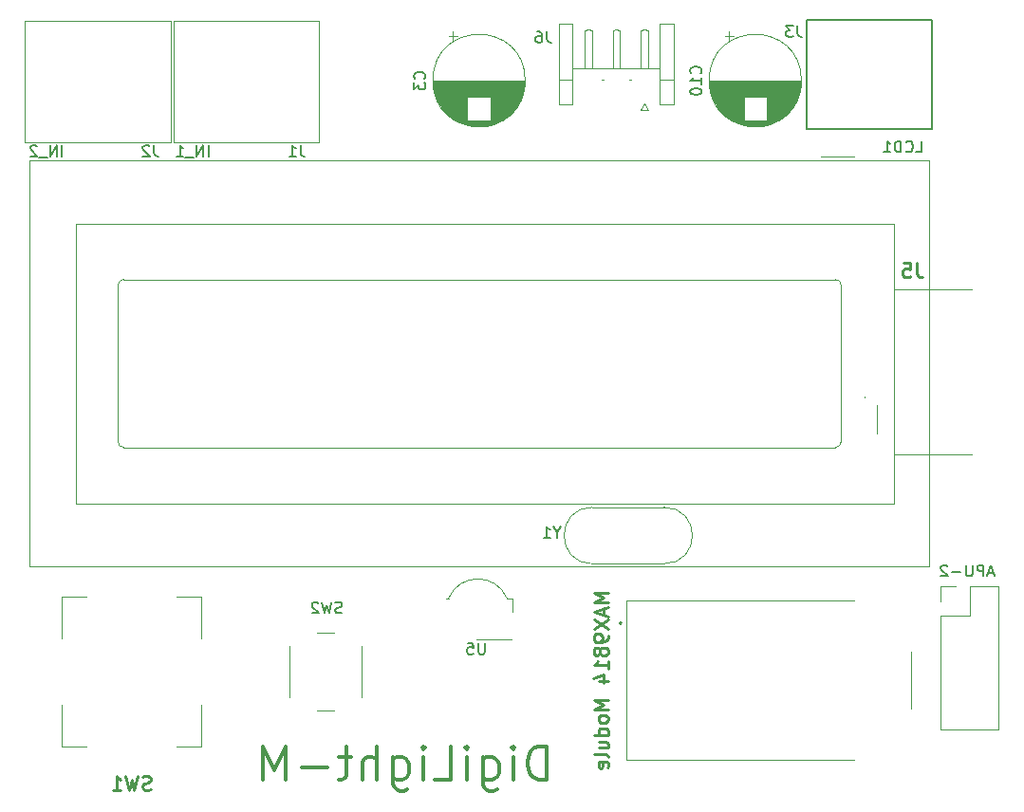
<source format=gbr>
%TF.GenerationSoftware,KiCad,Pcbnew,6.0.8*%
%TF.CreationDate,2022-10-28T18:19:01+03:00*%
%TF.ProjectId,DigiLight,44696769-4c69-4676-9874-2e6b69636164,rev?*%
%TF.SameCoordinates,Original*%
%TF.FileFunction,Legend,Bot*%
%TF.FilePolarity,Positive*%
%FSLAX46Y46*%
G04 Gerber Fmt 4.6, Leading zero omitted, Abs format (unit mm)*
G04 Created by KiCad (PCBNEW 6.0.8) date 2022-10-28 18:19:01*
%MOMM*%
%LPD*%
G01*
G04 APERTURE LIST*
%ADD10C,0.300000*%
%ADD11C,0.150000*%
%ADD12C,0.254000*%
%ADD13C,0.120000*%
%ADD14C,0.100000*%
%ADD15C,0.200000*%
G04 APERTURE END LIST*
D10*
X200794857Y-121909142D02*
X200794857Y-118909142D01*
X200080571Y-118909142D01*
X199652000Y-119052000D01*
X199366285Y-119337714D01*
X199223428Y-119623428D01*
X199080571Y-120194857D01*
X199080571Y-120623428D01*
X199223428Y-121194857D01*
X199366285Y-121480571D01*
X199652000Y-121766285D01*
X200080571Y-121909142D01*
X200794857Y-121909142D01*
X197794857Y-121909142D02*
X197794857Y-119909142D01*
X197794857Y-118909142D02*
X197937714Y-119052000D01*
X197794857Y-119194857D01*
X197652000Y-119052000D01*
X197794857Y-118909142D01*
X197794857Y-119194857D01*
X195080571Y-119909142D02*
X195080571Y-122337714D01*
X195223428Y-122623428D01*
X195366285Y-122766285D01*
X195652000Y-122909142D01*
X196080571Y-122909142D01*
X196366285Y-122766285D01*
X195080571Y-121766285D02*
X195366285Y-121909142D01*
X195937714Y-121909142D01*
X196223428Y-121766285D01*
X196366285Y-121623428D01*
X196509142Y-121337714D01*
X196509142Y-120480571D01*
X196366285Y-120194857D01*
X196223428Y-120052000D01*
X195937714Y-119909142D01*
X195366285Y-119909142D01*
X195080571Y-120052000D01*
X193652000Y-121909142D02*
X193652000Y-119909142D01*
X193652000Y-118909142D02*
X193794857Y-119052000D01*
X193652000Y-119194857D01*
X193509142Y-119052000D01*
X193652000Y-118909142D01*
X193652000Y-119194857D01*
X190794857Y-121909142D02*
X192223428Y-121909142D01*
X192223428Y-118909142D01*
X189794857Y-121909142D02*
X189794857Y-119909142D01*
X189794857Y-118909142D02*
X189937714Y-119052000D01*
X189794857Y-119194857D01*
X189652000Y-119052000D01*
X189794857Y-118909142D01*
X189794857Y-119194857D01*
X187080571Y-119909142D02*
X187080571Y-122337714D01*
X187223428Y-122623428D01*
X187366285Y-122766285D01*
X187652000Y-122909142D01*
X188080571Y-122909142D01*
X188366285Y-122766285D01*
X187080571Y-121766285D02*
X187366285Y-121909142D01*
X187937714Y-121909142D01*
X188223428Y-121766285D01*
X188366285Y-121623428D01*
X188509142Y-121337714D01*
X188509142Y-120480571D01*
X188366285Y-120194857D01*
X188223428Y-120052000D01*
X187937714Y-119909142D01*
X187366285Y-119909142D01*
X187080571Y-120052000D01*
X185652000Y-121909142D02*
X185652000Y-118909142D01*
X184366285Y-121909142D02*
X184366285Y-120337714D01*
X184509142Y-120052000D01*
X184794857Y-119909142D01*
X185223428Y-119909142D01*
X185509142Y-120052000D01*
X185652000Y-120194857D01*
X183366285Y-119909142D02*
X182223428Y-119909142D01*
X182937714Y-118909142D02*
X182937714Y-121480571D01*
X182794857Y-121766285D01*
X182509142Y-121909142D01*
X182223428Y-121909142D01*
X181223428Y-120766285D02*
X178937714Y-120766285D01*
X177509142Y-121909142D02*
X177509142Y-118909142D01*
X176509142Y-121052000D01*
X175509142Y-118909142D01*
X175509142Y-121909142D01*
D11*
X189857142Y-59333333D02*
X189904761Y-59285714D01*
X189952380Y-59142857D01*
X189952380Y-59047619D01*
X189904761Y-58904761D01*
X189809523Y-58809523D01*
X189714285Y-58761904D01*
X189523809Y-58714285D01*
X189380952Y-58714285D01*
X189190476Y-58761904D01*
X189095238Y-58809523D01*
X189000000Y-58904761D01*
X188952380Y-59047619D01*
X188952380Y-59142857D01*
X189000000Y-59285714D01*
X189047619Y-59333333D01*
X188952380Y-59666666D02*
X188952380Y-60285714D01*
X189333333Y-59952380D01*
X189333333Y-60095238D01*
X189380952Y-60190476D01*
X189428571Y-60238095D01*
X189523809Y-60285714D01*
X189761904Y-60285714D01*
X189857142Y-60238095D01*
X189904761Y-60190476D01*
X189952380Y-60095238D01*
X189952380Y-59809523D01*
X189904761Y-59714285D01*
X189857142Y-59666666D01*
X214501142Y-58857142D02*
X214548761Y-58809523D01*
X214596380Y-58666666D01*
X214596380Y-58571428D01*
X214548761Y-58428571D01*
X214453523Y-58333333D01*
X214358285Y-58285714D01*
X214167809Y-58238095D01*
X214024952Y-58238095D01*
X213834476Y-58285714D01*
X213739238Y-58333333D01*
X213644000Y-58428571D01*
X213596380Y-58571428D01*
X213596380Y-58666666D01*
X213644000Y-58809523D01*
X213691619Y-58857142D01*
X214596380Y-59809523D02*
X214596380Y-59238095D01*
X214596380Y-59523809D02*
X213596380Y-59523809D01*
X213739238Y-59428571D01*
X213834476Y-59333333D01*
X213882095Y-59238095D01*
X213596380Y-60428571D02*
X213596380Y-60523809D01*
X213644000Y-60619047D01*
X213691619Y-60666666D01*
X213786857Y-60714285D01*
X213977333Y-60761904D01*
X214215428Y-60761904D01*
X214405904Y-60714285D01*
X214501142Y-60666666D01*
X214548761Y-60619047D01*
X214596380Y-60523809D01*
X214596380Y-60428571D01*
X214548761Y-60333333D01*
X214501142Y-60285714D01*
X214405904Y-60238095D01*
X214215428Y-60190476D01*
X213977333Y-60190476D01*
X213786857Y-60238095D01*
X213691619Y-60285714D01*
X213644000Y-60333333D01*
X213596380Y-60428571D01*
D12*
X206252523Y-105206771D02*
X204982523Y-105206771D01*
X205889666Y-105630104D01*
X204982523Y-106053438D01*
X206252523Y-106053438D01*
X205889666Y-106597723D02*
X205889666Y-107202485D01*
X206252523Y-106476771D02*
X204982523Y-106900104D01*
X206252523Y-107323438D01*
X204982523Y-107625819D02*
X206252523Y-108472485D01*
X204982523Y-108472485D02*
X206252523Y-107625819D01*
X206252523Y-109016771D02*
X206252523Y-109258676D01*
X206192047Y-109379628D01*
X206131571Y-109440104D01*
X205950142Y-109561057D01*
X205708238Y-109621533D01*
X205224428Y-109621533D01*
X205103476Y-109561057D01*
X205043000Y-109500580D01*
X204982523Y-109379628D01*
X204982523Y-109137723D01*
X205043000Y-109016771D01*
X205103476Y-108956295D01*
X205224428Y-108895819D01*
X205526809Y-108895819D01*
X205647761Y-108956295D01*
X205708238Y-109016771D01*
X205768714Y-109137723D01*
X205768714Y-109379628D01*
X205708238Y-109500580D01*
X205647761Y-109561057D01*
X205526809Y-109621533D01*
X205526809Y-110347247D02*
X205466333Y-110226295D01*
X205405857Y-110165819D01*
X205284904Y-110105342D01*
X205224428Y-110105342D01*
X205103476Y-110165819D01*
X205043000Y-110226295D01*
X204982523Y-110347247D01*
X204982523Y-110589152D01*
X205043000Y-110710104D01*
X205103476Y-110770580D01*
X205224428Y-110831057D01*
X205284904Y-110831057D01*
X205405857Y-110770580D01*
X205466333Y-110710104D01*
X205526809Y-110589152D01*
X205526809Y-110347247D01*
X205587285Y-110226295D01*
X205647761Y-110165819D01*
X205768714Y-110105342D01*
X206010619Y-110105342D01*
X206131571Y-110165819D01*
X206192047Y-110226295D01*
X206252523Y-110347247D01*
X206252523Y-110589152D01*
X206192047Y-110710104D01*
X206131571Y-110770580D01*
X206010619Y-110831057D01*
X205768714Y-110831057D01*
X205647761Y-110770580D01*
X205587285Y-110710104D01*
X205526809Y-110589152D01*
X206252523Y-112040580D02*
X206252523Y-111314866D01*
X206252523Y-111677723D02*
X204982523Y-111677723D01*
X205163952Y-111556771D01*
X205284904Y-111435819D01*
X205345380Y-111314866D01*
X205405857Y-113129152D02*
X206252523Y-113129152D01*
X204922047Y-112826771D02*
X205829190Y-112524390D01*
X205829190Y-113310580D01*
X206252523Y-114762009D02*
X204982523Y-114762009D01*
X205889666Y-115185342D01*
X204982523Y-115608676D01*
X206252523Y-115608676D01*
X206252523Y-116394866D02*
X206192047Y-116273914D01*
X206131571Y-116213438D01*
X206010619Y-116152961D01*
X205647761Y-116152961D01*
X205526809Y-116213438D01*
X205466333Y-116273914D01*
X205405857Y-116394866D01*
X205405857Y-116576295D01*
X205466333Y-116697247D01*
X205526809Y-116757723D01*
X205647761Y-116818200D01*
X206010619Y-116818200D01*
X206131571Y-116757723D01*
X206192047Y-116697247D01*
X206252523Y-116576295D01*
X206252523Y-116394866D01*
X206252523Y-117906771D02*
X204982523Y-117906771D01*
X206192047Y-117906771D02*
X206252523Y-117785819D01*
X206252523Y-117543914D01*
X206192047Y-117422961D01*
X206131571Y-117362485D01*
X206010619Y-117302009D01*
X205647761Y-117302009D01*
X205526809Y-117362485D01*
X205466333Y-117422961D01*
X205405857Y-117543914D01*
X205405857Y-117785819D01*
X205466333Y-117906771D01*
X205405857Y-119055819D02*
X206252523Y-119055819D01*
X205405857Y-118511533D02*
X206071095Y-118511533D01*
X206192047Y-118572009D01*
X206252523Y-118692961D01*
X206252523Y-118874390D01*
X206192047Y-118995342D01*
X206131571Y-119055819D01*
X206252523Y-119842009D02*
X206192047Y-119721057D01*
X206071095Y-119660580D01*
X204982523Y-119660580D01*
X206192047Y-120809628D02*
X206252523Y-120688676D01*
X206252523Y-120446771D01*
X206192047Y-120325819D01*
X206071095Y-120265342D01*
X205587285Y-120265342D01*
X205466333Y-120325819D01*
X205405857Y-120446771D01*
X205405857Y-120688676D01*
X205466333Y-120809628D01*
X205587285Y-120870104D01*
X205708238Y-120870104D01*
X205829190Y-120265342D01*
D11*
X178833333Y-65267380D02*
X178833333Y-65981666D01*
X178880952Y-66124523D01*
X178976190Y-66219761D01*
X179119047Y-66267380D01*
X179214285Y-66267380D01*
X177833333Y-66267380D02*
X178404761Y-66267380D01*
X178119047Y-66267380D02*
X178119047Y-65267380D01*
X178214285Y-65410238D01*
X178309523Y-65505476D01*
X178404761Y-65553095D01*
X170609952Y-66267380D02*
X170609952Y-65267380D01*
X170133761Y-66267380D02*
X170133761Y-65267380D01*
X169562333Y-66267380D01*
X169562333Y-65267380D01*
X169324238Y-66362619D02*
X168562333Y-66362619D01*
X167800428Y-66267380D02*
X168371857Y-66267380D01*
X168086142Y-66267380D02*
X168086142Y-65267380D01*
X168181380Y-65410238D01*
X168276619Y-65505476D01*
X168371857Y-65553095D01*
X165752333Y-65267380D02*
X165752333Y-65981666D01*
X165799952Y-66124523D01*
X165895190Y-66219761D01*
X166038047Y-66267380D01*
X166133285Y-66267380D01*
X165323761Y-65362619D02*
X165276142Y-65315000D01*
X165180904Y-65267380D01*
X164942809Y-65267380D01*
X164847571Y-65315000D01*
X164799952Y-65362619D01*
X164752333Y-65457857D01*
X164752333Y-65553095D01*
X164799952Y-65695952D01*
X165371380Y-66267380D01*
X164752333Y-66267380D01*
X157528952Y-66267380D02*
X157528952Y-65267380D01*
X157052761Y-66267380D02*
X157052761Y-65267380D01*
X156481333Y-66267380D01*
X156481333Y-65267380D01*
X156243238Y-66362619D02*
X155481333Y-66362619D01*
X155290857Y-65362619D02*
X155243238Y-65315000D01*
X155148000Y-65267380D01*
X154909904Y-65267380D01*
X154814666Y-65315000D01*
X154767047Y-65362619D01*
X154719428Y-65457857D01*
X154719428Y-65553095D01*
X154767047Y-65695952D01*
X155338476Y-66267380D01*
X154719428Y-66267380D01*
X240674142Y-103446666D02*
X240197952Y-103446666D01*
X240769380Y-103732380D02*
X240436047Y-102732380D01*
X240102714Y-103732380D01*
X239769380Y-103732380D02*
X239769380Y-102732380D01*
X239388428Y-102732380D01*
X239293190Y-102780000D01*
X239245571Y-102827619D01*
X239197952Y-102922857D01*
X239197952Y-103065714D01*
X239245571Y-103160952D01*
X239293190Y-103208571D01*
X239388428Y-103256190D01*
X239769380Y-103256190D01*
X238769380Y-102732380D02*
X238769380Y-103541904D01*
X238721761Y-103637142D01*
X238674142Y-103684761D01*
X238578904Y-103732380D01*
X238388428Y-103732380D01*
X238293190Y-103684761D01*
X238245571Y-103637142D01*
X238197952Y-103541904D01*
X238197952Y-102732380D01*
X237721761Y-103351428D02*
X236959857Y-103351428D01*
X236531285Y-102827619D02*
X236483666Y-102780000D01*
X236388428Y-102732380D01*
X236150333Y-102732380D01*
X236055095Y-102780000D01*
X236007476Y-102827619D01*
X235959857Y-102922857D01*
X235959857Y-103018095D01*
X236007476Y-103160952D01*
X236578904Y-103732380D01*
X235959857Y-103732380D01*
D12*
X233787333Y-75787523D02*
X233787333Y-76694666D01*
X233847809Y-76876095D01*
X233968761Y-76997047D01*
X234150190Y-77057523D01*
X234271142Y-77057523D01*
X232577809Y-75787523D02*
X233182571Y-75787523D01*
X233243047Y-76392285D01*
X233182571Y-76331809D01*
X233061619Y-76271333D01*
X232759238Y-76271333D01*
X232638285Y-76331809D01*
X232577809Y-76392285D01*
X232517333Y-76513238D01*
X232517333Y-76815619D01*
X232577809Y-76936571D01*
X232638285Y-76997047D01*
X232759238Y-77057523D01*
X233061619Y-77057523D01*
X233182571Y-76997047D01*
X233243047Y-76936571D01*
D11*
X200804333Y-55107380D02*
X200804333Y-55821666D01*
X200851952Y-55964523D01*
X200947190Y-56059761D01*
X201090047Y-56107380D01*
X201185285Y-56107380D01*
X199899571Y-55107380D02*
X200090047Y-55107380D01*
X200185285Y-55155000D01*
X200232904Y-55202619D01*
X200328142Y-55345476D01*
X200375761Y-55535952D01*
X200375761Y-55916904D01*
X200328142Y-56012142D01*
X200280523Y-56059761D01*
X200185285Y-56107380D01*
X199994809Y-56107380D01*
X199899571Y-56059761D01*
X199851952Y-56012142D01*
X199804333Y-55916904D01*
X199804333Y-55678809D01*
X199851952Y-55583571D01*
X199899571Y-55535952D01*
X199994809Y-55488333D01*
X200185285Y-55488333D01*
X200280523Y-55535952D01*
X200328142Y-55583571D01*
X200375761Y-55678809D01*
D12*
X165443333Y-122764047D02*
X165261904Y-122824523D01*
X164959523Y-122824523D01*
X164838571Y-122764047D01*
X164778095Y-122703571D01*
X164717619Y-122582619D01*
X164717619Y-122461666D01*
X164778095Y-122340714D01*
X164838571Y-122280238D01*
X164959523Y-122219761D01*
X165201428Y-122159285D01*
X165322380Y-122098809D01*
X165382857Y-122038333D01*
X165443333Y-121917380D01*
X165443333Y-121796428D01*
X165382857Y-121675476D01*
X165322380Y-121615000D01*
X165201428Y-121554523D01*
X164899047Y-121554523D01*
X164717619Y-121615000D01*
X164294285Y-121554523D02*
X163991904Y-122824523D01*
X163750000Y-121917380D01*
X163508095Y-122824523D01*
X163205714Y-121554523D01*
X162056666Y-122824523D02*
X162782380Y-122824523D01*
X162419523Y-122824523D02*
X162419523Y-121554523D01*
X162540476Y-121735952D01*
X162661428Y-121856904D01*
X162782380Y-121917380D01*
D11*
X182500333Y-106986761D02*
X182357476Y-107034380D01*
X182119380Y-107034380D01*
X182024142Y-106986761D01*
X181976523Y-106939142D01*
X181928904Y-106843904D01*
X181928904Y-106748666D01*
X181976523Y-106653428D01*
X182024142Y-106605809D01*
X182119380Y-106558190D01*
X182309857Y-106510571D01*
X182405095Y-106462952D01*
X182452714Y-106415333D01*
X182500333Y-106320095D01*
X182500333Y-106224857D01*
X182452714Y-106129619D01*
X182405095Y-106082000D01*
X182309857Y-106034380D01*
X182071761Y-106034380D01*
X181928904Y-106082000D01*
X181595571Y-106034380D02*
X181357476Y-107034380D01*
X181167000Y-106320095D01*
X180976523Y-107034380D01*
X180738428Y-106034380D01*
X180405095Y-106129619D02*
X180357476Y-106082000D01*
X180262238Y-106034380D01*
X180024142Y-106034380D01*
X179928904Y-106082000D01*
X179881285Y-106129619D01*
X179833666Y-106224857D01*
X179833666Y-106320095D01*
X179881285Y-106462952D01*
X180452714Y-107034380D01*
X179833666Y-107034380D01*
X233736666Y-65892380D02*
X234212857Y-65892380D01*
X234212857Y-64892380D01*
X232831904Y-65797142D02*
X232879523Y-65844761D01*
X233022380Y-65892380D01*
X233117619Y-65892380D01*
X233260476Y-65844761D01*
X233355714Y-65749523D01*
X233403333Y-65654285D01*
X233450952Y-65463809D01*
X233450952Y-65320952D01*
X233403333Y-65130476D01*
X233355714Y-65035238D01*
X233260476Y-64940000D01*
X233117619Y-64892380D01*
X233022380Y-64892380D01*
X232879523Y-64940000D01*
X232831904Y-64987619D01*
X232403333Y-65892380D02*
X232403333Y-64892380D01*
X232165238Y-64892380D01*
X232022380Y-64940000D01*
X231927142Y-65035238D01*
X231879523Y-65130476D01*
X231831904Y-65320952D01*
X231831904Y-65463809D01*
X231879523Y-65654285D01*
X231927142Y-65749523D01*
X232022380Y-65844761D01*
X232165238Y-65892380D01*
X232403333Y-65892380D01*
X230879523Y-65892380D02*
X231450952Y-65892380D01*
X231165238Y-65892380D02*
X231165238Y-64892380D01*
X231260476Y-65035238D01*
X231355714Y-65130476D01*
X231450952Y-65178095D01*
X201709190Y-99809190D02*
X201709190Y-100285380D01*
X202042523Y-99285380D02*
X201709190Y-99809190D01*
X201375857Y-99285380D01*
X200518714Y-100285380D02*
X201090142Y-100285380D01*
X200804428Y-100285380D02*
X200804428Y-99285380D01*
X200899666Y-99428238D01*
X200994904Y-99523476D01*
X201090142Y-99571095D01*
X195261904Y-109702380D02*
X195261904Y-110511904D01*
X195214285Y-110607142D01*
X195166666Y-110654761D01*
X195071428Y-110702380D01*
X194880952Y-110702380D01*
X194785714Y-110654761D01*
X194738095Y-110607142D01*
X194690476Y-110511904D01*
X194690476Y-109702380D01*
X193738095Y-109702380D02*
X194214285Y-109702380D01*
X194261904Y-110178571D01*
X194214285Y-110130952D01*
X194119047Y-110083333D01*
X193880952Y-110083333D01*
X193785714Y-110130952D01*
X193738095Y-110178571D01*
X193690476Y-110273809D01*
X193690476Y-110511904D01*
X193738095Y-110607142D01*
X193785714Y-110654761D01*
X193880952Y-110702380D01*
X194119047Y-110702380D01*
X194214285Y-110654761D01*
X194261904Y-110607142D01*
X223156333Y-54599380D02*
X223156333Y-55313666D01*
X223203952Y-55456523D01*
X223299190Y-55551761D01*
X223442047Y-55599380D01*
X223537285Y-55599380D01*
X222775380Y-54599380D02*
X222156333Y-54599380D01*
X222489666Y-54980333D01*
X222346809Y-54980333D01*
X222251571Y-55027952D01*
X222203952Y-55075571D01*
X222156333Y-55170809D01*
X222156333Y-55408904D01*
X222203952Y-55504142D01*
X222251571Y-55551761D01*
X222346809Y-55599380D01*
X222632523Y-55599380D01*
X222727761Y-55551761D01*
X222775380Y-55504142D01*
D13*
X192522000Y-62941000D02*
X193710000Y-62941000D01*
X191064000Y-61261000D02*
X193710000Y-61261000D01*
X191166000Y-61461000D02*
X193710000Y-61461000D01*
X190698000Y-59980000D02*
X198802000Y-59980000D01*
X191103000Y-61341000D02*
X193710000Y-61341000D01*
X195790000Y-61501000D02*
X198312000Y-61501000D01*
X191561000Y-62061000D02*
X193710000Y-62061000D01*
X190836000Y-60661000D02*
X198664000Y-60661000D01*
X193652000Y-63461000D02*
X195848000Y-63461000D01*
X190670000Y-59500000D02*
X198830000Y-59500000D01*
X195790000Y-62261000D02*
X197769000Y-62261000D01*
X190689000Y-59900000D02*
X198811000Y-59900000D01*
X195790000Y-62341000D02*
X197695000Y-62341000D01*
X192053000Y-62581000D02*
X193710000Y-62581000D01*
X190720000Y-60140000D02*
X198780000Y-60140000D01*
X192786000Y-63101000D02*
X196714000Y-63101000D01*
X191281000Y-61661000D02*
X193710000Y-61661000D01*
X190679000Y-59780000D02*
X198821000Y-59780000D01*
X195790000Y-61901000D02*
X198059000Y-61901000D01*
X195790000Y-61821000D02*
X198115000Y-61821000D01*
X192405000Y-62861000D02*
X193710000Y-62861000D01*
X192296000Y-62781000D02*
X193710000Y-62781000D01*
X194217000Y-63581000D02*
X195283000Y-63581000D01*
X192584000Y-62981000D02*
X193710000Y-62981000D01*
X193982000Y-63541000D02*
X195518000Y-63541000D01*
X190960000Y-61021000D02*
X193710000Y-61021000D01*
X190825000Y-60621000D02*
X198675000Y-60621000D01*
X195790000Y-61181000D02*
X198472000Y-61181000D01*
X190708000Y-60060000D02*
X198792000Y-60060000D01*
X191188000Y-61501000D02*
X193710000Y-61501000D01*
X192035000Y-55490302D02*
X192835000Y-55490302D01*
X190861000Y-60741000D02*
X198639000Y-60741000D01*
X193802000Y-63501000D02*
X195698000Y-63501000D01*
X190887000Y-60821000D02*
X198613000Y-60821000D01*
X195790000Y-62621000D02*
X197401000Y-62621000D01*
X190671000Y-59620000D02*
X198829000Y-59620000D01*
X195790000Y-61341000D02*
X198397000Y-61341000D01*
X192435000Y-55090302D02*
X192435000Y-55890302D01*
X195790000Y-62021000D02*
X197970000Y-62021000D01*
X190765000Y-60381000D02*
X198735000Y-60381000D01*
X191530000Y-62021000D02*
X193710000Y-62021000D01*
X193297000Y-63341000D02*
X196203000Y-63341000D01*
X190848000Y-60701000D02*
X198652000Y-60701000D01*
X192937000Y-63181000D02*
X196563000Y-63181000D01*
X191210000Y-61541000D02*
X193710000Y-61541000D01*
X195790000Y-61101000D02*
X198507000Y-61101000D01*
X191358000Y-61781000D02*
X193710000Y-61781000D01*
X191500000Y-61981000D02*
X193710000Y-61981000D01*
X195790000Y-62141000D02*
X197874000Y-62141000D01*
X195790000Y-62541000D02*
X197491000Y-62541000D01*
X193404000Y-63381000D02*
X196096000Y-63381000D01*
X193105000Y-63261000D02*
X196395000Y-63261000D01*
X195790000Y-62781000D02*
X197204000Y-62781000D01*
X192245000Y-62741000D02*
X193710000Y-62741000D01*
X190726000Y-60180000D02*
X198774000Y-60180000D01*
X195790000Y-61741000D02*
X198168000Y-61741000D01*
X190774000Y-60421000D02*
X198726000Y-60421000D01*
X192648000Y-63021000D02*
X193710000Y-63021000D01*
X195790000Y-62381000D02*
X197657000Y-62381000D01*
X190976000Y-61061000D02*
X193710000Y-61061000D01*
X195790000Y-61221000D02*
X198454000Y-61221000D01*
X195790000Y-61941000D02*
X198030000Y-61941000D01*
X191843000Y-62381000D02*
X193710000Y-62381000D01*
X190673000Y-59660000D02*
X198827000Y-59660000D01*
X195790000Y-62661000D02*
X197354000Y-62661000D01*
X195790000Y-61141000D02*
X198490000Y-61141000D01*
X195790000Y-62701000D02*
X197306000Y-62701000D01*
X190685000Y-59860000D02*
X198815000Y-59860000D01*
X195790000Y-60981000D02*
X198555000Y-60981000D01*
X193521000Y-63421000D02*
X195979000Y-63421000D01*
X190929000Y-60941000D02*
X198571000Y-60941000D01*
X195790000Y-61861000D02*
X198088000Y-61861000D01*
X195790000Y-61381000D02*
X198377000Y-61381000D01*
X190713000Y-60100000D02*
X198787000Y-60100000D01*
X195790000Y-62941000D02*
X196978000Y-62941000D01*
X191470000Y-61941000D02*
X193710000Y-61941000D01*
X195790000Y-61621000D02*
X198243000Y-61621000D01*
X195790000Y-61461000D02*
X198334000Y-61461000D01*
X195790000Y-62181000D02*
X197840000Y-62181000D01*
X190693000Y-59940000D02*
X198807000Y-59940000D01*
X191144000Y-61421000D02*
X193710000Y-61421000D01*
X190702000Y-60020000D02*
X198798000Y-60020000D01*
X191046000Y-61221000D02*
X193710000Y-61221000D01*
X191123000Y-61381000D02*
X193710000Y-61381000D01*
X191385000Y-61821000D02*
X193710000Y-61821000D01*
X195790000Y-62461000D02*
X197576000Y-62461000D01*
X195790000Y-61541000D02*
X198290000Y-61541000D01*
X195790000Y-61061000D02*
X198524000Y-61061000D01*
X192463000Y-62901000D02*
X193710000Y-62901000D01*
X195790000Y-61981000D02*
X198000000Y-61981000D01*
X195790000Y-61021000D02*
X198540000Y-61021000D01*
X191084000Y-61301000D02*
X193710000Y-61301000D01*
X192860000Y-63141000D02*
X196640000Y-63141000D01*
X190733000Y-60221000D02*
X198767000Y-60221000D01*
X195790000Y-61301000D02*
X198416000Y-61301000D01*
X193198000Y-63301000D02*
X196302000Y-63301000D01*
X190676000Y-59740000D02*
X198824000Y-59740000D01*
X191332000Y-61741000D02*
X193710000Y-61741000D01*
X193019000Y-63221000D02*
X196481000Y-63221000D01*
X190674000Y-59700000D02*
X198826000Y-59700000D01*
X191695000Y-62221000D02*
X193710000Y-62221000D01*
X195790000Y-61661000D02*
X198219000Y-61661000D01*
X190814000Y-60581000D02*
X198686000Y-60581000D01*
X195790000Y-62741000D02*
X197255000Y-62741000D01*
X195790000Y-61261000D02*
X198436000Y-61261000D01*
X195790000Y-62581000D02*
X197447000Y-62581000D01*
X190915000Y-60901000D02*
X198585000Y-60901000D01*
X190670000Y-59540000D02*
X198830000Y-59540000D01*
X190682000Y-59820000D02*
X198818000Y-59820000D01*
X195790000Y-62101000D02*
X197906000Y-62101000D01*
X190756000Y-60341000D02*
X198744000Y-60341000D01*
X191805000Y-62341000D02*
X193710000Y-62341000D01*
X195790000Y-62861000D02*
X197095000Y-62861000D01*
X191626000Y-62141000D02*
X193710000Y-62141000D01*
X191883000Y-62421000D02*
X193710000Y-62421000D01*
X190993000Y-61101000D02*
X193710000Y-61101000D01*
X192716000Y-63061000D02*
X196784000Y-63061000D01*
X191767000Y-62301000D02*
X193710000Y-62301000D01*
X190740000Y-60261000D02*
X198760000Y-60261000D01*
X195790000Y-61781000D02*
X198142000Y-61781000D01*
X190748000Y-60301000D02*
X198752000Y-60301000D01*
X190900000Y-60861000D02*
X198600000Y-60861000D01*
X192350000Y-62821000D02*
X193710000Y-62821000D01*
X191010000Y-61141000D02*
X193710000Y-61141000D01*
X190945000Y-60981000D02*
X193710000Y-60981000D01*
X191660000Y-62181000D02*
X193710000Y-62181000D01*
X195790000Y-62061000D02*
X197939000Y-62061000D01*
X191731000Y-62261000D02*
X193710000Y-62261000D01*
X190783000Y-60461000D02*
X198717000Y-60461000D01*
X192099000Y-62621000D02*
X193710000Y-62621000D01*
X195790000Y-61581000D02*
X198267000Y-61581000D01*
X190670000Y-59580000D02*
X198830000Y-59580000D01*
X195790000Y-61701000D02*
X198194000Y-61701000D01*
X191306000Y-61701000D02*
X193710000Y-61701000D01*
X195790000Y-63021000D02*
X196852000Y-63021000D01*
X191028000Y-61181000D02*
X193710000Y-61181000D01*
X191233000Y-61581000D02*
X193710000Y-61581000D01*
X191441000Y-61901000D02*
X193710000Y-61901000D01*
X195790000Y-62221000D02*
X197805000Y-62221000D01*
X191966000Y-62501000D02*
X193710000Y-62501000D01*
X195790000Y-62981000D02*
X196916000Y-62981000D01*
X190803000Y-60541000D02*
X198697000Y-60541000D01*
X191594000Y-62101000D02*
X193710000Y-62101000D01*
X192009000Y-62541000D02*
X193710000Y-62541000D01*
X192146000Y-62661000D02*
X193710000Y-62661000D01*
X192194000Y-62701000D02*
X193710000Y-62701000D01*
X190793000Y-60501000D02*
X198707000Y-60501000D01*
X195790000Y-62421000D02*
X197617000Y-62421000D01*
X190873000Y-60781000D02*
X198627000Y-60781000D01*
X195790000Y-62301000D02*
X197733000Y-62301000D01*
X191924000Y-62461000D02*
X193710000Y-62461000D01*
X195790000Y-61421000D02*
X198356000Y-61421000D01*
X195790000Y-62821000D02*
X197150000Y-62821000D01*
X191412000Y-61861000D02*
X193710000Y-61861000D01*
X195790000Y-62901000D02*
X197037000Y-62901000D01*
X191257000Y-61621000D02*
X193710000Y-61621000D01*
X195790000Y-62501000D02*
X197534000Y-62501000D01*
X198870000Y-59500000D02*
G75*
G03*
X198870000Y-59500000I-4120000J0D01*
G01*
X220434000Y-61901000D02*
X222703000Y-61901000D01*
X215437000Y-60501000D02*
X223351000Y-60501000D01*
X220434000Y-62021000D02*
X222614000Y-62021000D01*
X215329000Y-59860000D02*
X223459000Y-59860000D01*
X217663000Y-63221000D02*
X221125000Y-63221000D01*
X216304000Y-62181000D02*
X218354000Y-62181000D01*
X215318000Y-59700000D02*
X223470000Y-59700000D01*
X220434000Y-61981000D02*
X222644000Y-61981000D01*
X220434000Y-61461000D02*
X222978000Y-61461000D01*
X215517000Y-60781000D02*
X223271000Y-60781000D01*
X220434000Y-62861000D02*
X221739000Y-62861000D01*
X220434000Y-62101000D02*
X222550000Y-62101000D01*
X217749000Y-63261000D02*
X221039000Y-63261000D01*
X220434000Y-62701000D02*
X221950000Y-62701000D01*
X215314000Y-59540000D02*
X223474000Y-59540000D01*
X220434000Y-61221000D02*
X223098000Y-61221000D01*
X220434000Y-62301000D02*
X222377000Y-62301000D01*
X220434000Y-61741000D02*
X222812000Y-61741000D01*
X217166000Y-62941000D02*
X218354000Y-62941000D01*
X220434000Y-62541000D02*
X222135000Y-62541000D01*
X220434000Y-62741000D02*
X221899000Y-62741000D01*
X216527000Y-62421000D02*
X218354000Y-62421000D01*
X220434000Y-62421000D02*
X222261000Y-62421000D01*
X220434000Y-61541000D02*
X222934000Y-61541000D01*
X216002000Y-61781000D02*
X218354000Y-61781000D01*
X216029000Y-61821000D02*
X218354000Y-61821000D01*
X216994000Y-62821000D02*
X218354000Y-62821000D01*
X215589000Y-60981000D02*
X218354000Y-60981000D01*
X220434000Y-62181000D02*
X222484000Y-62181000D01*
X215314000Y-59500000D02*
X223474000Y-59500000D01*
X215573000Y-60941000D02*
X223215000Y-60941000D01*
X215604000Y-61021000D02*
X218354000Y-61021000D01*
X216679000Y-55490302D02*
X217479000Y-55490302D01*
X215384000Y-60261000D02*
X223404000Y-60261000D01*
X216174000Y-62021000D02*
X218354000Y-62021000D01*
X215317000Y-59660000D02*
X223471000Y-59660000D01*
X216411000Y-62301000D02*
X218354000Y-62301000D01*
X218626000Y-63541000D02*
X220162000Y-63541000D01*
X220434000Y-62061000D02*
X222583000Y-62061000D01*
X220434000Y-61421000D02*
X223000000Y-61421000D01*
X217292000Y-63021000D02*
X218354000Y-63021000D01*
X215747000Y-61341000D02*
X218354000Y-61341000D01*
X215427000Y-60461000D02*
X223361000Y-60461000D01*
X216790000Y-62661000D02*
X218354000Y-62661000D01*
X215767000Y-61381000D02*
X218354000Y-61381000D01*
X220434000Y-61701000D02*
X222838000Y-61701000D01*
X216449000Y-62341000D02*
X218354000Y-62341000D01*
X215672000Y-61181000D02*
X218354000Y-61181000D01*
X215323000Y-59780000D02*
X223465000Y-59780000D01*
X220434000Y-61781000D02*
X222786000Y-61781000D01*
X215333000Y-59900000D02*
X223455000Y-59900000D01*
X215400000Y-60341000D02*
X223388000Y-60341000D01*
X216056000Y-61861000D02*
X218354000Y-61861000D01*
X220434000Y-62381000D02*
X222301000Y-62381000D01*
X216270000Y-62141000D02*
X218354000Y-62141000D01*
X216610000Y-62501000D02*
X218354000Y-62501000D01*
X217941000Y-63341000D02*
X220847000Y-63341000D01*
X220434000Y-61661000D02*
X222863000Y-61661000D01*
X215314000Y-59580000D02*
X223474000Y-59580000D01*
X220434000Y-62221000D02*
X222449000Y-62221000D01*
X215418000Y-60421000D02*
X223370000Y-60421000D01*
X220434000Y-61141000D02*
X223134000Y-61141000D01*
X216653000Y-62541000D02*
X218354000Y-62541000D01*
X220434000Y-63021000D02*
X221496000Y-63021000D01*
X215531000Y-60821000D02*
X223257000Y-60821000D01*
X216144000Y-61981000D02*
X218354000Y-61981000D01*
X215505000Y-60741000D02*
X223283000Y-60741000D01*
X220434000Y-61621000D02*
X222887000Y-61621000D01*
X217079000Y-55090302D02*
X217079000Y-55890302D01*
X218048000Y-63381000D02*
X220740000Y-63381000D01*
X215925000Y-61661000D02*
X218354000Y-61661000D01*
X216838000Y-62701000D02*
X218354000Y-62701000D01*
X216940000Y-62781000D02*
X218354000Y-62781000D01*
X217360000Y-63061000D02*
X221428000Y-63061000D01*
X220434000Y-61501000D02*
X222956000Y-61501000D01*
X220434000Y-62461000D02*
X222220000Y-62461000D01*
X216487000Y-62381000D02*
X218354000Y-62381000D01*
X220434000Y-62821000D02*
X221794000Y-62821000D01*
X216238000Y-62101000D02*
X218354000Y-62101000D01*
X215544000Y-60861000D02*
X223244000Y-60861000D01*
X220434000Y-61181000D02*
X223116000Y-61181000D01*
X215559000Y-60901000D02*
X223229000Y-60901000D01*
X217842000Y-63301000D02*
X220946000Y-63301000D01*
X220434000Y-62901000D02*
X221681000Y-62901000D01*
X215370000Y-60180000D02*
X223418000Y-60180000D01*
X215950000Y-61701000D02*
X218354000Y-61701000D01*
X220434000Y-62581000D02*
X222091000Y-62581000D01*
X215315000Y-59620000D02*
X223473000Y-59620000D01*
X216375000Y-62261000D02*
X218354000Y-62261000D01*
X217504000Y-63141000D02*
X221284000Y-63141000D01*
X217049000Y-62861000D02*
X218354000Y-62861000D01*
X215654000Y-61141000D02*
X218354000Y-61141000D01*
X218296000Y-63461000D02*
X220492000Y-63461000D01*
X217430000Y-63101000D02*
X221358000Y-63101000D01*
X216205000Y-62061000D02*
X218354000Y-62061000D01*
X215326000Y-59820000D02*
X223462000Y-59820000D01*
X215447000Y-60541000D02*
X223341000Y-60541000D01*
X220434000Y-62981000D02*
X221560000Y-62981000D01*
X215492000Y-60701000D02*
X223296000Y-60701000D01*
X215877000Y-61581000D02*
X218354000Y-61581000D01*
X215901000Y-61621000D02*
X218354000Y-61621000D01*
X220434000Y-61861000D02*
X222732000Y-61861000D01*
X215357000Y-60100000D02*
X223431000Y-60100000D01*
X215690000Y-61221000D02*
X218354000Y-61221000D01*
X220434000Y-62661000D02*
X221998000Y-62661000D01*
X215409000Y-60381000D02*
X223379000Y-60381000D01*
X220434000Y-61581000D02*
X222911000Y-61581000D01*
X215832000Y-61501000D02*
X218354000Y-61501000D01*
X218165000Y-63421000D02*
X220623000Y-63421000D01*
X220434000Y-62501000D02*
X222178000Y-62501000D01*
X220434000Y-61341000D02*
X223041000Y-61341000D01*
X217581000Y-63181000D02*
X221207000Y-63181000D01*
X215377000Y-60221000D02*
X223411000Y-60221000D01*
X220434000Y-61301000D02*
X223060000Y-61301000D01*
X220434000Y-61021000D02*
X223184000Y-61021000D01*
X220434000Y-62781000D02*
X221848000Y-62781000D01*
X216114000Y-61941000D02*
X218354000Y-61941000D01*
X220434000Y-61061000D02*
X223168000Y-61061000D01*
X215346000Y-60020000D02*
X223442000Y-60020000D01*
X220434000Y-62341000D02*
X222339000Y-62341000D01*
X220434000Y-62621000D02*
X222045000Y-62621000D01*
X216697000Y-62581000D02*
X218354000Y-62581000D01*
X217228000Y-62981000D02*
X218354000Y-62981000D01*
X216339000Y-62221000D02*
X218354000Y-62221000D01*
X216568000Y-62461000D02*
X218354000Y-62461000D01*
X220434000Y-62261000D02*
X222413000Y-62261000D01*
X215810000Y-61461000D02*
X218354000Y-61461000D01*
X216085000Y-61901000D02*
X218354000Y-61901000D01*
X218861000Y-63581000D02*
X219927000Y-63581000D01*
X215352000Y-60060000D02*
X223436000Y-60060000D01*
X220434000Y-61941000D02*
X222674000Y-61941000D01*
X215620000Y-61061000D02*
X218354000Y-61061000D01*
X220434000Y-61821000D02*
X222759000Y-61821000D01*
X215976000Y-61741000D02*
X218354000Y-61741000D01*
X215458000Y-60581000D02*
X223330000Y-60581000D01*
X220434000Y-62141000D02*
X222518000Y-62141000D01*
X220434000Y-61381000D02*
X223021000Y-61381000D01*
X216889000Y-62741000D02*
X218354000Y-62741000D01*
X215392000Y-60301000D02*
X223396000Y-60301000D01*
X215788000Y-61421000D02*
X218354000Y-61421000D01*
X215480000Y-60661000D02*
X223308000Y-60661000D01*
X215320000Y-59740000D02*
X223468000Y-59740000D01*
X215364000Y-60140000D02*
X223424000Y-60140000D01*
X220434000Y-61101000D02*
X223151000Y-61101000D01*
X215854000Y-61541000D02*
X218354000Y-61541000D01*
X217107000Y-62901000D02*
X218354000Y-62901000D01*
X220434000Y-62941000D02*
X221622000Y-62941000D01*
X215342000Y-59980000D02*
X223446000Y-59980000D01*
X218446000Y-63501000D02*
X220342000Y-63501000D01*
X215728000Y-61301000D02*
X218354000Y-61301000D01*
X220434000Y-60981000D02*
X223199000Y-60981000D01*
X220434000Y-61261000D02*
X223080000Y-61261000D01*
X215469000Y-60621000D02*
X223319000Y-60621000D01*
X216743000Y-62621000D02*
X218354000Y-62621000D01*
X215337000Y-59940000D02*
X223451000Y-59940000D01*
X215708000Y-61261000D02*
X218354000Y-61261000D01*
X215637000Y-61101000D02*
X218354000Y-61101000D01*
X223514000Y-59500000D02*
G75*
G03*
X223514000Y-59500000I-4120000J0D01*
G01*
D14*
X207875100Y-105896200D02*
X228195100Y-105896200D01*
D15*
X207375100Y-107828200D02*
X207375100Y-107828200D01*
D14*
X233275100Y-115548200D02*
X233275100Y-110468200D01*
X228195100Y-120120200D02*
X207875100Y-120120200D01*
X207875100Y-120120200D02*
X207875100Y-105896200D01*
D15*
X207375100Y-108028200D02*
X207375100Y-108028200D01*
X207375100Y-107828200D02*
G75*
G03*
X207375100Y-108028200I0J-100000D01*
G01*
X207375100Y-108028200D02*
G75*
G03*
X207375100Y-107828200I0J100000D01*
G01*
D13*
X180500000Y-65000000D02*
X167500000Y-65000000D01*
X167500000Y-65000000D02*
X167500000Y-62500000D01*
X167500000Y-62500000D02*
X167500000Y-54198000D01*
X167500000Y-54198000D02*
X180500000Y-54198000D01*
X180500000Y-54198000D02*
X180500000Y-65000000D01*
X154250000Y-62698000D02*
X154250000Y-54198000D01*
X154250000Y-65000000D02*
X154250000Y-62500000D01*
X167250000Y-65000000D02*
X154250000Y-65000000D01*
X167250000Y-54198000D02*
X167250000Y-65000000D01*
X154250000Y-54198000D02*
X167250000Y-54198000D01*
X241120000Y-104617000D02*
X238520000Y-104617000D01*
X235920000Y-107217000D02*
X235920000Y-117437000D01*
X235920000Y-104617000D02*
X235920000Y-105947000D01*
X238520000Y-104617000D02*
X238520000Y-107217000D01*
X241120000Y-104617000D02*
X241120000Y-117437000D01*
X237250000Y-104617000D02*
X235920000Y-104617000D01*
X238520000Y-107217000D02*
X235920000Y-107217000D01*
X241120000Y-117437000D02*
X235920000Y-117437000D01*
D14*
X229150000Y-87800000D02*
X229150000Y-87800000D01*
X238750000Y-92850000D02*
X231750000Y-92850000D01*
X230250000Y-91000000D02*
X230250000Y-88500000D01*
X231750000Y-78150000D02*
X238750000Y-78150000D01*
X229150000Y-87700000D02*
X229150000Y-87700000D01*
X229150000Y-87800000D02*
G75*
G03*
X229150000Y-87700000I0J50000D01*
G01*
X229150000Y-87700000D02*
G75*
G03*
X229150000Y-87800000I0J-50000D01*
G01*
D13*
X204500000Y-54910000D02*
X204180000Y-54990000D01*
X212110000Y-61610000D02*
X212110000Y-54410000D01*
X209820000Y-58410000D02*
X209820000Y-54990000D01*
X204820000Y-54990000D02*
X204500000Y-54910000D01*
X203110000Y-59410000D02*
X201890000Y-59410000D01*
X209180000Y-54990000D02*
X209180000Y-58410000D01*
X209820000Y-54990000D02*
X209500000Y-54910000D01*
X209500000Y-54910000D02*
X209180000Y-54990000D01*
X208330000Y-59410000D02*
X208170000Y-59410000D01*
X209800000Y-62100000D02*
X209200000Y-62100000D01*
X206680000Y-58410000D02*
X207000000Y-58410000D01*
X204820000Y-58410000D02*
X204820000Y-54990000D01*
X209500000Y-61500000D02*
X209800000Y-62100000D01*
X209180000Y-58410000D02*
X209500000Y-58410000D01*
X212110000Y-54410000D02*
X210890000Y-54410000D01*
X207320000Y-54990000D02*
X207000000Y-54910000D01*
X205830000Y-59410000D02*
X205670000Y-59410000D01*
X209200000Y-62100000D02*
X209500000Y-61500000D01*
X204180000Y-58410000D02*
X204500000Y-58410000D01*
X210890000Y-61610000D02*
X212110000Y-61610000D01*
X206680000Y-54990000D02*
X206680000Y-58410000D01*
X203110000Y-54410000D02*
X203110000Y-59410000D01*
X210890000Y-54410000D02*
X210890000Y-59410000D01*
X210890000Y-59410000D02*
X210890000Y-61610000D01*
X210890000Y-58410000D02*
X203110000Y-58410000D01*
X204180000Y-54990000D02*
X204180000Y-58410000D01*
X210890000Y-59410000D02*
X212110000Y-59410000D01*
X201890000Y-54410000D02*
X203110000Y-54410000D01*
X207000000Y-58410000D02*
X207320000Y-58410000D01*
X207320000Y-58410000D02*
X207320000Y-54990000D01*
X209500000Y-58410000D02*
X209820000Y-58410000D01*
X207000000Y-54910000D02*
X206680000Y-54990000D01*
X204500000Y-58410000D02*
X204820000Y-58410000D01*
X201890000Y-54410000D02*
X201890000Y-61610000D01*
X201890000Y-61610000D02*
X203110000Y-61610000D01*
X203110000Y-61610000D02*
X203110000Y-59410000D01*
D14*
X170000000Y-105550000D02*
X170000000Y-109250000D01*
X157500000Y-118950000D02*
X159750000Y-118950000D01*
X167750000Y-105550000D02*
X170000000Y-105550000D01*
X157500000Y-109250000D02*
X157500000Y-105550000D01*
X157500000Y-105550000D02*
X159750000Y-105550000D01*
X170000000Y-118950000D02*
X170000000Y-115250000D01*
X157500000Y-115250000D02*
X157500000Y-118950000D01*
X167750000Y-118950000D02*
X170000000Y-118950000D01*
D13*
X181800000Y-115750000D02*
X180300000Y-115750000D01*
X184300000Y-110000000D02*
X184300000Y-114500000D01*
X177800000Y-114500000D02*
X177800000Y-110000000D01*
X180300000Y-108750000D02*
X181800000Y-108750000D01*
X158750000Y-97250000D02*
X231750000Y-97250000D01*
X231750000Y-97250000D02*
X231750000Y-72250000D01*
X226550000Y-77250000D02*
X163050000Y-77250000D01*
X162550000Y-77750000D02*
X162550000Y-91750000D01*
X227049720Y-91749320D02*
X227049720Y-77750000D01*
X234890000Y-102890000D02*
X154610000Y-102890000D01*
X163049340Y-92250000D02*
X226550000Y-92250000D01*
X231750000Y-72250000D02*
X158750000Y-72250000D01*
X154610000Y-66610000D02*
X234090000Y-66610000D01*
X154610000Y-102890000D02*
X154610000Y-66610000D01*
X234890000Y-66610000D02*
X234890000Y-102890000D01*
X234880000Y-66610000D02*
X234090000Y-66610000D01*
X158750000Y-72250000D02*
X158750000Y-97250000D01*
X228250000Y-66250000D02*
X225250000Y-66250000D01*
X226549340Y-92249700D02*
G75*
G03*
X227049720Y-91749320I0J500380D01*
G01*
X163050000Y-77250000D02*
G75*
G03*
X162550000Y-77750000I0J-500000D01*
G01*
X162548900Y-91749320D02*
G75*
G03*
X163049340Y-92249700I500400J20D01*
G01*
X227049720Y-77748840D02*
G75*
G03*
X226549340Y-77248460I-500380J0D01*
G01*
X211260000Y-97580000D02*
X204860000Y-97580000D01*
X211260000Y-102630000D02*
X204860000Y-102630000D01*
X204860000Y-97580000D02*
G75*
G03*
X204860000Y-102630000I0J-2525000D01*
G01*
X211260000Y-102630000D02*
G75*
G03*
X211260000Y-97580000I0J2525000D01*
G01*
X197700000Y-105700000D02*
X197700000Y-106900000D01*
X197620000Y-109360000D02*
X194540000Y-109360000D01*
X192040000Y-105700000D02*
X191820000Y-105700000D01*
X197700000Y-105700000D02*
X197240000Y-105700000D01*
X197240000Y-105700000D02*
G75*
G03*
X192040000Y-105700000I-2600000J-1100000D01*
G01*
D11*
X223996000Y-54118000D02*
X223996000Y-63800000D01*
X235172000Y-54118000D02*
X223996000Y-54118000D01*
X223996000Y-63800000D02*
X235172000Y-63800000D01*
X235172000Y-63800000D02*
X235172000Y-54118000D01*
M02*

</source>
